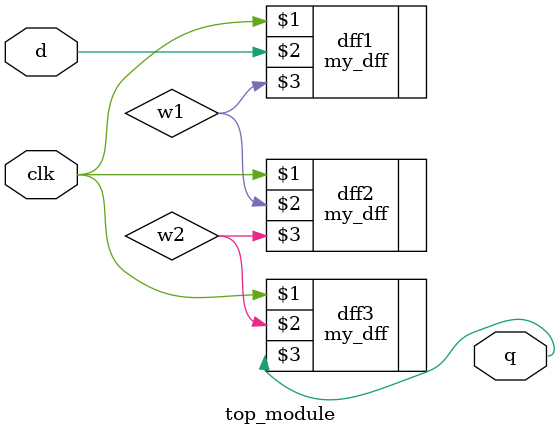
<source format=v>
module top_module ( input clk, input d, output q );
    //declare wires
    wire w1,w2;
//sub-module 
    //module my_dff(input clk, input d, output q)
   
  //instantiate three modules     
    my_dff dff1(clk, d, w1);
    my_dff dff2(clk, w1, w2);
    my_dff dff3(clk, w2, q);
  
endmodule

</source>
